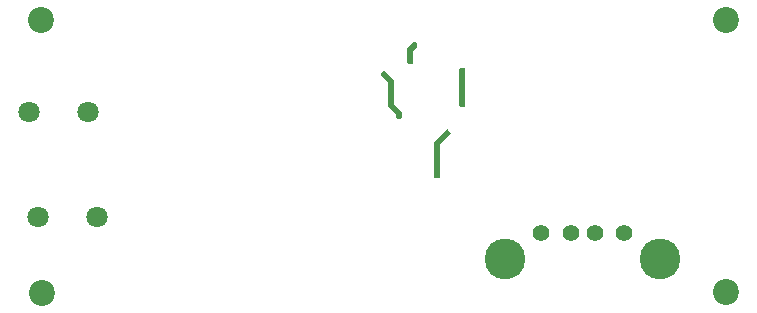
<source format=gbs>
G04 #@! TF.GenerationSoftware,KiCad,Pcbnew,7.0.10*
G04 #@! TF.CreationDate,2024-02-24T17:00:32-05:00*
G04 #@! TF.ProjectId,main_buck_board,6d61696e-5f62-4756-936b-5f626f617264,rev?*
G04 #@! TF.SameCoordinates,Original*
G04 #@! TF.FileFunction,Soldermask,Bot*
G04 #@! TF.FilePolarity,Negative*
%FSLAX46Y46*%
G04 Gerber Fmt 4.6, Leading zero omitted, Abs format (unit mm)*
G04 Created by KiCad (PCBNEW 7.0.10) date 2024-02-24 17:00:32*
%MOMM*%
%LPD*%
G01*
G04 APERTURE LIST*
%ADD10C,2.200000*%
%ADD11C,1.803400*%
%ADD12C,1.400000*%
%ADD13C,3.450000*%
G04 APERTURE END LIST*
D10*
X147870000Y-121360000D03*
D11*
X152525100Y-114935000D03*
X147525100Y-114935000D03*
X151765000Y-106045000D03*
X146765000Y-106045000D03*
D10*
X205840000Y-121300000D03*
X205840000Y-98310000D03*
D12*
X190175000Y-116325000D03*
X192675000Y-116325000D03*
X194675000Y-116325000D03*
X197175000Y-116325000D03*
D13*
X187105000Y-118525000D03*
X200245000Y-118525000D03*
D10*
X147810000Y-98310000D03*
G36*
X176903534Y-102573580D02*
G01*
X176947881Y-102602081D01*
X177687481Y-103341681D01*
X177720966Y-103403004D01*
X177723800Y-103429362D01*
X177723800Y-105410000D01*
X178347881Y-106034081D01*
X178381366Y-106095404D01*
X178384200Y-106121762D01*
X178384200Y-106505200D01*
X178364515Y-106572239D01*
X178311711Y-106617994D01*
X178260200Y-106629200D01*
X178025600Y-106629200D01*
X177958561Y-106609515D01*
X177912806Y-106556711D01*
X177901600Y-106505200D01*
X177901600Y-106273600D01*
X177252119Y-105624119D01*
X177218634Y-105562796D01*
X177215800Y-105536438D01*
X177215800Y-103581200D01*
X176592281Y-102957681D01*
X176558796Y-102896358D01*
X176563780Y-102826666D01*
X176592281Y-102782319D01*
X176772519Y-102602081D01*
X176833842Y-102568596D01*
X176903534Y-102573580D01*
G37*
G36*
X182237534Y-107551980D02*
G01*
X182281881Y-107580481D01*
X182462118Y-107760718D01*
X182495603Y-107822041D01*
X182490619Y-107891733D01*
X182462118Y-107936080D01*
X181584600Y-108813599D01*
X181584600Y-111559800D01*
X181564915Y-111626839D01*
X181512111Y-111672594D01*
X181460600Y-111683800D01*
X181200600Y-111683800D01*
X181133561Y-111664115D01*
X181087806Y-111611311D01*
X181076600Y-111559800D01*
X181076600Y-108661762D01*
X181096285Y-108594723D01*
X181112919Y-108574081D01*
X182106519Y-107580481D01*
X182167842Y-107546996D01*
X182237534Y-107551980D01*
G37*
G36*
X179571839Y-100146485D02*
G01*
X179617594Y-100199289D01*
X179628800Y-100250800D01*
X179628800Y-100520382D01*
X179609115Y-100587421D01*
X179556311Y-100633176D01*
X179552614Y-100634785D01*
X179298600Y-100888799D01*
X179298600Y-101857000D01*
X179278915Y-101924039D01*
X179226111Y-101969794D01*
X179174600Y-101981000D01*
X178914600Y-101981000D01*
X178847561Y-101961315D01*
X178801806Y-101908511D01*
X178790600Y-101857000D01*
X178790600Y-100736962D01*
X178810285Y-100669923D01*
X178826919Y-100649281D01*
X179313081Y-100163119D01*
X179374404Y-100129634D01*
X179400762Y-100126800D01*
X179504800Y-100126800D01*
X179571839Y-100146485D01*
G37*
G36*
X183686639Y-102356285D02*
G01*
X183732394Y-102409089D01*
X183743600Y-102460600D01*
X183743600Y-105485638D01*
X183723915Y-105552677D01*
X183707281Y-105573319D01*
X183703719Y-105576881D01*
X183642396Y-105610366D01*
X183616038Y-105613200D01*
X183388562Y-105613200D01*
X183321523Y-105593515D01*
X183300881Y-105576881D01*
X183271919Y-105547919D01*
X183238434Y-105486596D01*
X183235600Y-105460238D01*
X183235600Y-102460600D01*
X183255285Y-102393561D01*
X183308089Y-102347806D01*
X183359600Y-102336600D01*
X183619600Y-102336600D01*
X183686639Y-102356285D01*
G37*
M02*

</source>
